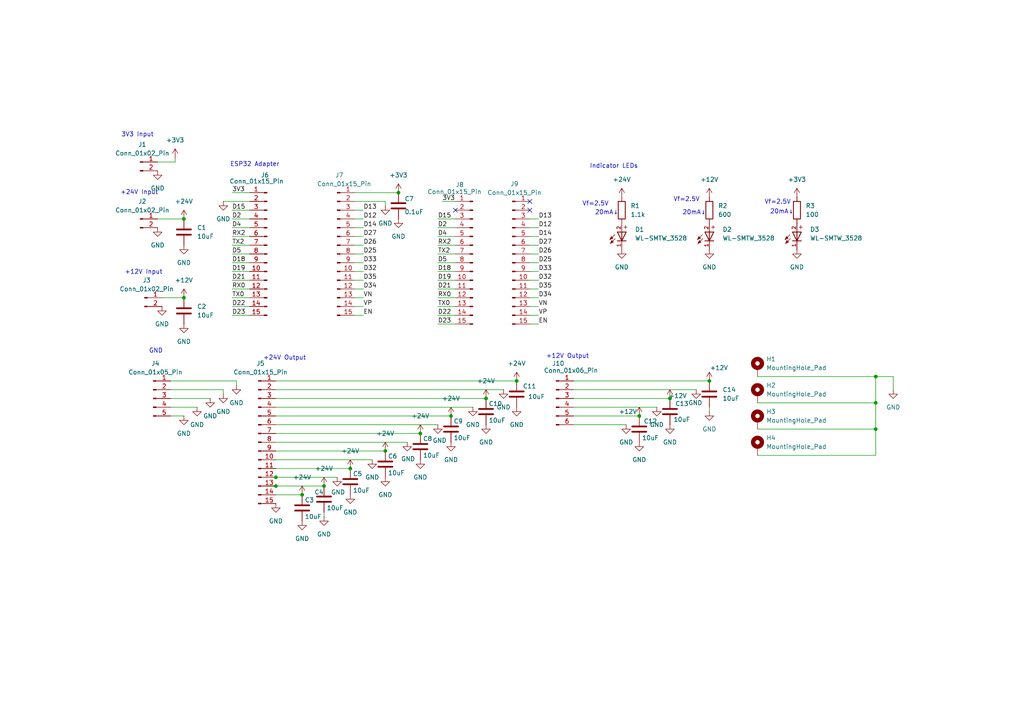
<source format=kicad_sch>
(kicad_sch (version 20231120) (generator "eeschema") (generator_version "8.0")
  (paper "A4")
  (lib_symbols
    (symbol "Connector:Conn_01x02_Pin" (pin_names (offset 1.016) hide)
      (property "Reference" "J" (at 0 2.54 0))
      (property "Value" "Conn_01x02_Pin" (at 0 -5.08 0))
      (symbol "Conn_01x02_Pin_1_1"
        (polyline (pts (xy 1.27 -2.54) (xy 0.8636 -2.54)) (stroke (width 0.1524)))
        (polyline (pts (xy 1.27 0) (xy 0.8636 0)) (stroke (width 0.1524)))
        (rectangle (start 0.8636 -2.413) (end 0 -2.667) (stroke (width 0.1524)) (fill (type outline)))
        (rectangle (start 0.8636 0.127) (end 0 -0.127) (stroke (width 0.1524)) (fill (type outline)))
        (pin passive line (at 5.08 0 180) (length 3.81) (name "Pin_1") (number "1"))
        (pin passive line (at 5.08 -2.54 180) (length 3.81) (name "Pin_2") (number "2"))
      )
    )
    (symbol "Connector:Conn_01x05_Pin" (pin_names (offset 1.016) hide)
      (property "Reference" "J" (at 0 7.62 0))
      (property "Value" "Conn_01x05_Pin" (at 0 -7.62 0))
      (symbol "Conn_01x05_Pin_1_1"
        (polyline (pts (xy 1.27 -5.08) (xy 0.8636 -5.08)) (stroke (width 0.1524)))
        (polyline (pts (xy 1.27 -2.54) (xy 0.8636 -2.54)) (stroke (width 0.1524)))
        (polyline (pts (xy 1.27 0) (xy 0.8636 0)) (stroke (width 0.1524)))
        (polyline (pts (xy 1.27 2.54) (xy 0.8636 2.54)) (stroke (width 0.1524)))
        (polyline (pts (xy 1.27 5.08) (xy 0.8636 5.08)) (stroke (width 0.1524)))
        (rectangle (start 0.8636 -4.953) (end 0 -5.207) (stroke (width 0.1524)) (fill (type outline)))
        (rectangle (start 0.8636 -2.413) (end 0 -2.667) (stroke (width 0.1524)) (fill (type outline)))
        (rectangle (start 0.8636 0.127) (end 0 -0.127) (stroke (width 0.1524)) (fill (type outline)))
        (rectangle (start 0.8636 2.667) (end 0 2.413) (stroke (width 0.1524)) (fill (type outline)))
        (rectangle (start 0.8636 5.207) (end 0 4.953) (stroke (width 0.1524)) (fill (type outline)))
        (pin passive line (at 5.08 5.08 180) (length 3.81) (name "Pin_1") (number "1"))
        (pin passive line (at 5.08 2.54 180) (length 3.81) (name "Pin_2") (number "2"))
        (pin passive line (at 5.08 0 180) (length 3.81) (name "Pin_3") (number "3"))
        (pin passive line (at 5.08 -2.54 180) (length 3.81) (name "Pin_4") (number "4"))
        (pin passive line (at 5.08 -5.08 180) (length 3.81) (name "Pin_5") (number "5"))
      )
    )
    (symbol "Connector:Conn_01x06_Pin" (pin_names (offset 1.016) hide)
      (property "Reference" "J" (at 0 7.62 0))
      (property "Value" "Conn_01x06_Pin" (at 0 -10.16 0))
      (symbol "Conn_01x06_Pin_1_1"
        (polyline (pts (xy 1.27 -7.62) (xy 0.8636 -7.62)) (stroke (width 0.1524)))
        (polyline (pts (xy 1.27 -5.08) (xy 0.8636 -5.08)) (stroke (width 0.1524)))
        (polyline (pts (xy 1.27 -2.54) (xy 0.8636 -2.54)) (stroke (width 0.1524)))
        (polyline (pts (xy 1.27 0) (xy 0.8636 0)) (stroke (width 0.1524)))
        (polyline (pts (xy 1.27 2.54) (xy 0.8636 2.54)) (stroke (width 0.1524)))
        (polyline (pts (xy 1.27 5.08) (xy 0.8636 5.08)) (stroke (width 0.1524)))
        (rectangle (start 0.8636 -7.493) (end 0 -7.747) (stroke (width 0.1524)) (fill (type outline)))
        (rectangle (start 0.8636 -4.953) (end 0 -5.207) (stroke (width 0.1524)) (fill (type outline)))
        (rectangle (start 0.8636 -2.413) (end 0 -2.667) (stroke (width 0.1524)) (fill (type outline)))
        (rectangle (start 0.8636 0.127) (end 0 -0.127) (stroke (width 0.1524)) (fill (type outline)))
        (rectangle (start 0.8636 2.667) (end 0 2.413) (stroke (width 0.1524)) (fill (type outline)))
        (rectangle (start 0.8636 5.207) (end 0 4.953) (stroke (width 0.1524)) (fill (type outline)))
        (pin passive line (at 5.08 5.08 180) (length 3.81) (name "Pin_1") (number "1"))
        (pin passive line (at 5.08 2.54 180) (length 3.81) (name "Pin_2") (number "2"))
        (pin passive line (at 5.08 0 180) (length 3.81) (name "Pin_3") (number "3"))
        (pin passive line (at 5.08 -2.54 180) (length 3.81) (name "Pin_4") (number "4"))
        (pin passive line (at 5.08 -5.08 180) (length 3.81) (name "Pin_5") (number "5"))
        (pin passive line (at 5.08 -7.62 180) (length 3.81) (name "Pin_6") (number "6"))
      )
    )
    (symbol "Connector:Conn_01x15_Pin" (pin_names (offset 1.016) hide)
      (property "Reference" "J" (at 0 20.32 0))
      (property "Value" "Conn_01x15_Pin" (at 0 -20.32 0))
      (symbol "Conn_01x15_Pin_1_1"
        (polyline (pts (xy 1.27 -17.78) (xy 0.8636 -17.78)) (stroke (width 0.1524)))
        (polyline (pts (xy 1.27 -15.24) (xy 0.8636 -15.24)) (stroke (width 0.1524)))
        (polyline (pts (xy 1.27 -12.7) (xy 0.8636 -12.7)) (stroke (width 0.1524)))
        (polyline (pts (xy 1.27 -10.16) (xy 0.8636 -10.16)) (stroke (width 0.1524)))
        (polyline (pts (xy 1.27 -7.62) (xy 0.8636 -7.62)) (stroke (width 0.1524)))
        (polyline (pts (xy 1.27 -5.08) (xy 0.8636 -5.08)) (stroke (width 0.1524)))
        (polyline (pts (xy 1.27 -2.54) (xy 0.8636 -2.54)) (stroke (width 0.1524)))
        (polyline (pts (xy 1.27 0) (xy 0.8636 0)) (stroke (width 0.1524)))
        (polyline (pts (xy 1.27 2.54) (xy 0.8636 2.54)) (stroke (width 0.1524)))
        (polyline (pts (xy 1.27 5.08) (xy 0.8636 5.08)) (stroke (width 0.1524)))
        (polyline (pts (xy 1.27 7.62) (xy 0.8636 7.62)) (stroke (width 0.1524)))
        (polyline (pts (xy 1.27 10.16) (xy 0.8636 10.16)) (stroke (width 0.1524)))
        (polyline (pts (xy 1.27 12.7) (xy 0.8636 12.7)) (stroke (width 0.1524)))
        (polyline (pts (xy 1.27 15.24) (xy 0.8636 15.24)) (stroke (width 0.1524)))
        (polyline (pts (xy 1.27 17.78) (xy 0.8636 17.78)) (stroke (width 0.1524)))
        (rectangle (start 0.8636 -17.653) (end 0 -17.907) (stroke (width 0.1524)) (fill (type outline)))
        (rectangle (start 0.8636 -15.113) (end 0 -15.367) (stroke (width 0.1524)) (fill (type outline)))
        (rectangle (start 0.8636 -12.573) (end 0 -12.827) (stroke (width 0.1524)) (fill (type outline)))
        (rectangle (start 0.8636 -10.033) (end 0 -10.287) (stroke (width 0.1524)) (fill (type outline)))
        (rectangle (start 0.8636 -7.493) (end 0 -7.747) (stroke (width 0.1524)) (fill (type outline)))
        (rectangle (start 0.8636 -4.953) (end 0 -5.207) (stroke (width 0.1524)) (fill (type outline)))
        (rectangle (start 0.8636 -2.413) (end 0 -2.667) (stroke (width 0.1524)) (fill (type outline)))
        (rectangle (start 0.8636 0.127) (end 0 -0.127) (stroke (width 0.1524)) (fill (type outline)))
        (rectangle (start 0.8636 2.667) (end 0 2.413) (stroke (width 0.1524)) (fill (type outline)))
        (rectangle (start 0.8636 5.207) (end 0 4.953) (stroke (width 0.1524)) (fill (type outline)))
        (rectangle (start 0.8636 7.747) (end 0 7.493) (stroke (width 0.1524)) (fill (type outline)))
        (rectangle (start 0.8636 10.287) (end 0 10.033) (stroke (width 0.1524)) (fill (type outline)))
        (rectangle (start 0.8636 12.827) (end 0 12.573) (stroke (width 0.1524)) (fill (type outline)))
        (rectangle (start 0.8636 15.367) (end 0 15.113) (stroke (width 0.1524)) (fill (type outline)))
        (rectangle (start 0.8636 17.907) (end 0 17.653) (stroke (width 0.1524)) (fill (type outline)))
        (pin passive line (at 5.08 17.78 180) (length 3.81) (name "Pin_1") (number "1"))
        (pin passive line (at 5.08 -5.08 180) (length 3.81) (name "Pin_10") (number "10"))
        (pin passive line (at 5.08 -7.62 180) (length 3.81) (name "Pin_11") (number "11"))
        (pin passive line (at 5.08 -10.16 180) (length 3.81) (name "Pin_12") (number "12"))
        (pin passive line (at 5.08 -12.7 180) (length 3.81) (name "Pin_13") (number "13"))
        (pin passive line (at 5.08 -15.24 180) (length 3.81) (name "Pin_14") (number "14"))
        (pin passive line (at 5.08 -17.78 180) (length 3.81) (name "Pin_15") (number "15"))
        (pin passive line (at 5.08 15.24 180) (length 3.81) (name "Pin_2") (number "2"))
        (pin passive line (at 5.08 12.7 180) (length 3.81) (name "Pin_3") (number "3"))
        (pin passive line (at 5.08 10.16 180) (length 3.81) (name "Pin_4") (number "4"))
        (pin passive line (at 5.08 7.62 180) (length 3.81) (name "Pin_5") (number "5"))
        (pin passive line (at 5.08 5.08 180) (length 3.81) (name "Pin_6") (number "6"))
        (pin passive line (at 5.08 2.54 180) (length 3.81) (name "Pin_7") (number "7"))
        (pin passive line (at 5.08 0 180) (length 3.81) (name "Pin_8") (number "8"))
        (pin passive line (at 5.08 -2.54 180) (length 3.81) (name "Pin_9") (number "9"))
      )
    )
    (symbol "Device:C" (pin_numbers hide) (pin_names (offset 0.254))
      (property "Reference" "C" (at 0.635 2.54 0))
      (property "Value" "C" (at 0.635 -2.54 0))
      (symbol "C_0_1"
        (polyline (pts (xy -2.032 -0.762) (xy 2.032 -0.762)) (stroke (width 0.508)))
        (polyline (pts (xy -2.032 0.762) (xy 2.032 0.762)) (stroke (width 0.508)))
      )
      (symbol "C_1_1"
        (pin passive line (at 0 3.81 270) (length 2.794) (name "~") (number "1"))
        (pin passive line (at 0 -3.81 90) (length 2.794) (name "~") (number "2"))
      )
    )
    (symbol "Device:R" (pin_numbers hide) (pin_names (offset 0))
      (property "Reference" "R" (at 2.032 0 90))
      (property "Value" "R" (at 0 0 90))
      (symbol "R_0_1"
        (rectangle (start -1.016 -2.54) (end 1.016 2.54) (stroke (width 0.254)))
      )
      (symbol "R_1_1"
        (pin passive line (at 0 3.81 270) (length 1.27) (name "~") (number "1"))
        (pin passive line (at 0 -3.81 90) (length 1.27) (name "~") (number "2"))
      )
    )
    (symbol "Mechanical:MountingHole_Pad" (pin_numbers hide) (pin_names (offset 1.016) hide) (exclude_from_sim yes) (in_bom no)
      (property "Reference" "H" (at 0 6.35 0))
      (property "Value" "MountingHole_Pad" (at 0 4.445 0))
      (symbol "MountingHole_Pad_0_1"
        (circle (center 0 1.27) (radius 1.27) (stroke (width 1.27)))
      )
      (symbol "MountingHole_Pad_1_1"
        (pin input line (at 0 -2.54 90) (length 2.54) (name "1") (number "1"))
      )
    )
    (symbol "WL-SMTW_3528:WL-SMTW_3528" (pin_names (offset 1.016))
      (property "Reference" "D" (at 0.752 4.172 0))
      (property "Value" "WL-SMTW_3528" (at 0.872 -3.828 0))
      (symbol "WL-SMTW_3528_0_0"
        (polyline (pts (xy 0 -1.27) (xy 0 0)) (stroke (width 0.254)))
        (polyline (pts (xy 0 0) (xy 0 1.27)) (stroke (width 0.254)))
        (polyline (pts (xy 0 0) (xy 2.54 0)) (stroke (width 0.254)))
        (polyline (pts (xy 0 0) (xy 2.54 1.27)) (stroke (width 0.254)))
        (polyline (pts (xy 0.635 1.905) (xy -0.762 3.302)) (stroke (width 0.1524)))
        (polyline (pts (xy 1.778 2.032) (xy 0.381 3.429)) (stroke (width 0.1524)))
        (polyline (pts (xy 2.54 -1.27) (xy 0 0)) (stroke (width 0.254)))
        (polyline (pts (xy 2.54 -1.27) (xy 2.54 0)) (stroke (width 0.254)))
        (polyline (pts (xy 2.54 0) (xy 2.54 1.27)) (stroke (width 0.254)))
        (polyline (pts (xy -0.762 3.302) (xy 0.127 2.921) (xy -0.381 2.413) (xy -0.762 3.302)) (stroke (width 0.1524)) (fill (type outline)))
        (polyline (pts (xy 0.381 3.429) (xy 1.27 3.048) (xy 0.762 2.54) (xy 0.381 3.429)) (stroke (width 0.1524)) (fill (type outline)))
        (text "+" (at 3.08 -1.74 0) (effects (font (size 1.27 1.27)) (justify left bottom)))
        (pin passive line (at -2.54 0 0) (length 2.54) (name "~") (number "1"))
        (pin passive line (at 5.08 0 180) (length 2.54) (name "~") (number "2"))
      )
    )
    (symbol "power:+12V" (power) (pin_numbers hide) (pin_names (offset 0) hide)
      (property "Value" "+12V" (at 0 3.556 0))
      (symbol "+12V_0_1"
        (polyline (pts (xy -0.762 1.27) (xy 0 2.54)))
        (polyline (pts (xy 0 0) (xy 0 2.54)))
        (polyline (pts (xy 0 2.54) (xy 0.762 1.27)))
      )
      (symbol "+12V_1_1"
        (pin power_in line (at 0 0 90) (length 0) (name "~") (number "1"))
      )
    )
    (symbol "power:+24V" (power) (pin_numbers hide) (pin_names (offset 0) hide)
      (property "Value" "+24V" (at 0 3.556 0))
      (symbol "+24V_0_1"
        (polyline (pts (xy -0.762 1.27) (xy 0 2.54)))
        (polyline (pts (xy 0 0) (xy 0 2.54)))
        (polyline (pts (xy 0 2.54) (xy 0.762 1.27)))
      )
      (symbol "+24V_1_1"
        (pin power_in line (at 0 0 90) (length 0) (name "~") (number "1"))
      )
    )
    (symbol "power:+3V3" (power) (pin_numbers hide) (pin_names (offset 0) hide)
      (property "Value" "+3V3" (at 0 3.556 0))
      (symbol "+3V3_0_1"
        (polyline (pts (xy -0.762 1.27) (xy 0 2.54)))
        (polyline (pts (xy 0 0) (xy 0 2.54)))
        (polyline (pts (xy 0 2.54) (xy 0.762 1.27)))
      )
      (symbol "+3V3_1_1"
        (pin power_in line (at 0 0 90) (length 0) (name "~") (number "1"))
      )
    )
    (symbol "power:GND" (power) (pin_numbers hide) (pin_names (offset 0) hide)
      (property "Value" "GND" (at 0 -3.81 0))
      (symbol "GND_0_1"
        (polyline (pts (xy 0 0) (xy 0 -1.27) (xy 1.27 -1.27) (xy 0 -2.54) (xy -1.27 -1.27) (xy 0 -1.27)))
      )
      (symbol "GND_1_1"
        (pin power_in line (at 0 0 270) (length 0) (name "~") (number "1"))
      )
    )
  )
  (junction (at 205.74 110.49))
  (junction (at 130.81 120.65))
  (junction (at 80.01 138.43))
  (junction (at 254 116.84))
  (junction (at 140.97 115.57))
  (junction (at 93.98 140.97))
  (junction (at 194.31 115.57))
  (junction (at 115.57 55.88))
  (junction (at 254 124.46))
  (junction (at 254 109.22))
  (junction (at 149.86 110.49))
  (junction (at 111.76 130.81))
  (junction (at 53.34 63.5))
  (junction (at 80.01 140.97))
  (junction (at 87.63 143.51))
  (junction (at 53.34 86.36))
  (junction (at 101.6 135.89))
  (junction (at 121.92 125.73))
  (junction (at 185.42 120.65))
  (no_connect (at 153.67 60.96))
  (no_connect (at 153.67 58.42))
  (no_connect (at 132.08 60.96))
  (wire (pts (xy 153.67 66.04) (xy 156.21 66.04)))
  (wire (pts (xy 127 66.04) (xy 132.08 66.04)))
  (wire (pts (xy 254 124.46) (xy 254 116.84)))
  (wire (pts (xy 102.87 78.74) (xy 105.41 78.74)))
  (wire (pts (xy 77.47 140.97) (xy 80.01 140.97)))
  (wire (pts (xy 259.08 113.03) (xy 259.08 109.22)))
  (wire (pts (xy 254 116.84) (xy 254 109.22)))
  (wire (pts (xy 153.67 78.74) (xy 156.21 78.74)))
  (wire (pts (xy 80.01 113.03) (xy 146.05 113.03)))
  (wire (pts (xy 127 91.44) (xy 132.08 91.44)))
  (wire (pts (xy 127 88.9) (xy 132.08 88.9)))
  (wire (pts (xy 80.01 110.49) (xy 149.86 110.49)))
  (wire (pts (xy 80.01 130.81) (xy 111.76 130.81)))
  (wire (pts (xy 153.67 81.28) (xy 156.21 81.28)))
  (wire (pts (xy 153.67 88.9) (xy 156.21 88.9)))
  (wire (pts (xy 46.99 86.36) (xy 53.34 86.36)))
  (wire (pts (xy 127 81.28) (xy 132.08 81.28)))
  (wire (pts (xy 67.31 81.28) (xy 72.39 81.28)))
  (wire (pts (xy 153.67 76.2) (xy 156.21 76.2)))
  (wire (pts (xy 67.31 86.36) (xy 72.39 86.36)))
  (wire (pts (xy 67.31 91.44) (xy 72.39 91.44)))
  (wire (pts (xy 102.87 88.9) (xy 105.41 88.9)))
  (wire (pts (xy 101.6 135.89) (xy 80.01 135.89)))
  (wire (pts (xy 64.77 114.3) (xy 64.77 113.03)))
  (wire (pts (xy 153.67 63.5) (xy 156.21 63.5)))
  (wire (pts (xy 49.53 118.11) (xy 57.15 118.11)))
  (wire (pts (xy 102.87 73.66) (xy 105.41 73.66)))
  (wire (pts (xy 67.31 63.5) (xy 72.39 63.5)))
  (wire (pts (xy 49.53 115.57) (xy 60.96 115.57)))
  (wire (pts (xy 102.87 83.82) (xy 105.41 83.82)))
  (wire (pts (xy 102.87 66.04) (xy 105.41 66.04)))
  (wire (pts (xy 67.31 71.12) (xy 72.39 71.12)))
  (wire (pts (xy 80.01 125.73) (xy 121.92 125.73)))
  (wire (pts (xy 68.58 110.49) (xy 49.53 110.49)))
  (wire (pts (xy 67.31 78.74) (xy 72.39 78.74)))
  (wire (pts (xy 153.67 86.36) (xy 156.21 86.36)))
  (wire (pts (xy 102.87 71.12) (xy 105.41 71.12)))
  (wire (pts (xy 153.67 91.44) (xy 156.21 91.44)))
  (wire (pts (xy 67.31 83.82) (xy 72.39 83.82)))
  (wire (pts (xy 50.8 46.99) (xy 45.72 46.99)))
  (wire (pts (xy 128.27 58.42) (xy 132.08 58.42)))
  (wire (pts (xy 127 71.12) (xy 132.08 71.12)))
  (wire (pts (xy 68.58 110.49) (xy 68.58 111.76)))
  (wire (pts (xy 127 73.66) (xy 132.08 73.66)))
  (wire (pts (xy 127 76.2) (xy 132.08 76.2)))
  (wire (pts (xy 67.31 73.66) (xy 72.39 73.66)))
  (wire (pts (xy 127 78.74) (xy 132.08 78.74)))
  (wire (pts (xy 67.31 68.58) (xy 72.39 68.58)))
  (wire (pts (xy 102.87 63.5) (xy 105.41 63.5)))
  (wire (pts (xy 49.53 120.65) (xy 53.34 120.65)))
  (wire (pts (xy 80.01 118.11) (xy 137.16 118.11)))
  (wire (pts (xy 80.01 115.57) (xy 140.97 115.57)))
  (wire (pts (xy 77.47 138.43) (xy 80.01 138.43)))
  (wire (pts (xy 153.67 73.66) (xy 156.21 73.66)))
  (wire (pts (xy 87.63 143.51) (xy 80.01 143.51)))
  (wire (pts (xy 153.67 83.82) (xy 156.21 83.82)))
  (wire (pts (xy 127 86.36) (xy 132.08 86.36)))
  (wire (pts (xy 93.98 149.86) (xy 93.98 148.59)))
  (wire (pts (xy 181.61 123.19) (xy 166.37 123.19)))
  (wire (pts (xy 127 68.58) (xy 132.08 68.58)))
  (wire (pts (xy 111.76 58.42) (xy 102.87 58.42)))
  (wire (pts (xy 259.08 109.22) (xy 254 109.22)))
  (wire (pts (xy 102.87 68.58) (xy 105.41 68.58)))
  (wire (pts (xy 80.01 138.43) (xy 97.79 138.43)))
  (wire (pts (xy 219.71 132.08) (xy 254 132.08)))
  (wire (pts (xy 102.87 76.2) (xy 105.41 76.2)))
  (wire (pts (xy 153.67 71.12) (xy 156.21 71.12)))
  (wire (pts (xy 219.71 116.84) (xy 254 116.84)))
  (wire (pts (xy 127 63.5) (xy 132.08 63.5)))
  (wire (pts (xy 102.87 86.36) (xy 105.41 86.36)))
  (wire (pts (xy 111.76 59.69) (xy 111.76 58.42)))
  (wire (pts (xy 67.31 76.2) (xy 72.39 76.2)))
  (wire (pts (xy 64.77 58.42) (xy 72.39 58.42)))
  (wire (pts (xy 166.37 120.65) (xy 185.42 120.65)))
  (wire (pts (xy 127 93.98) (xy 132.08 93.98)))
  (wire (pts (xy 67.31 60.96) (xy 72.39 60.96)))
  (wire (pts (xy 80.01 123.19) (xy 127 123.19)))
  (wire (pts (xy 50.8 46.99) (xy 50.8 45.72)))
  (wire (pts (xy 67.31 66.04) (xy 72.39 66.04)))
  (wire (pts (xy 254 109.22) (xy 219.71 109.22)))
  (wire (pts (xy 166.37 118.11) (xy 190.5 118.11)))
  (wire (pts (xy 67.31 88.9) (xy 72.39 88.9)))
  (wire (pts (xy 80.01 128.27) (xy 118.11 128.27)))
  (wire (pts (xy 153.67 68.58) (xy 156.21 68.58)))
  (wire (pts (xy 166.37 115.57) (xy 194.31 115.57)))
  (wire (pts (xy 102.87 91.44) (xy 105.41 91.44)))
  (wire (pts (xy 127 83.82) (xy 132.08 83.82)))
  (wire (pts (xy 80.01 120.65) (xy 130.81 120.65)))
  (wire (pts (xy 102.87 55.88) (xy 115.57 55.88)))
  (wire (pts (xy 153.67 93.98) (xy 156.21 93.98)))
  (wire (pts (xy 45.72 63.5) (xy 53.34 63.5)))
  (wire (pts (xy 107.95 133.35) (xy 80.01 133.35)))
  (wire (pts (xy 64.77 113.03) (xy 49.53 113.03)))
  (wire (pts (xy 102.87 81.28) (xy 105.41 81.28)))
  (wire (pts (xy 80.01 140.97) (xy 93.98 140.97)))
  (wire (pts (xy 166.37 110.49) (xy 205.74 110.49)))
  (wire (pts (xy 205.74 119.38) (xy 205.74 118.11)))
  (wire (pts (xy 254 132.08) (xy 254 124.46)))
  (wire (pts (xy 219.71 124.46) (xy 254 124.46)))
  (wire (pts (xy 67.31 55.88) (xy 72.39 55.88)))
  (wire (pts (xy 102.87 60.96) (xy 105.41 60.96)))
  (wire (pts (xy 166.37 113.03) (xy 201.93 113.03)))
  (text "+24V Output" (at 82.55 103.886 0) (effects (font (size 1.27 1.27))))
  (text "3V3 Input" (at 39.878 39.116 0) (effects (font (size 1.27 1.27))))
  (text "Vf=2.5V" (at 199.136 57.912 0) (effects (font (size 1.27 1.27))))
  (text "+24V Input" (at 40.386 55.88 0) (effects (font (size 1.27 1.27))))
  (text "+12V Input" (at 41.656 78.994 0) (effects (font (size 1.27 1.27))))
  (text "+12V Output" (at 164.592 103.378 0) (effects (font (size 1.27 1.27))))
  (text "20mA↓" (at 226.822 61.468 0) (effects (font (size 1.27 1.27))))
  (text "20mA↓" (at 201.422 61.722 0) (effects (font (size 1.27 1.27))))
  (text "Vf=2.5V" (at 172.72 59.182 0) (effects (font (size 1.27 1.27))))
  (text "Vf=2.5V" (at 225.552 58.674 0) (effects (font (size 1.27 1.27))))
  (text "Indicator LEDs" (at 178.054 48.26 0) (effects (font (size 1.27 1.27))))
  (text "ESP32 Adapter" (at 73.914 47.752 0) (effects (font (size 1.27 1.27))))
  (text "20mA↓" (at 176.022 61.722 0) (effects (font (size 1.27 1.27))))
  (text "GND" (at 45.212 101.854 0) (effects (font (size 1.27 1.27))))
  (label "D15" (at 127 63.5 0))
  (label "D22" (at 67.31 88.9 0))
  (label "D34" (at 105.41 83.82 0))
  (label "VP" (at 156.21 91.44 0))
  (label "RX0" (at 127 86.36 0))
  (label "D27" (at 105.41 68.58 0))
  (label "D27" (at 156.21 71.12 0))
  (label "RX2" (at 67.31 68.58 0))
  (label "D13" (at 105.41 60.96 0))
  (label "D5" (at 67.31 73.66 0))
  (label "VN" (at 156.21 88.9 0))
  (label "VP" (at 105.41 88.9 0))
  (label "RX0" (at 67.31 83.82 0))
  (label "D35" (at 156.21 83.82 0))
  (label "D19" (at 67.31 78.74 0))
  (label "D32" (at 105.41 78.74 0))
  (label "D4" (at 127 68.58 0))
  (label "D12" (at 105.41 63.5 0))
  (label "VN" (at 105.41 86.36 0))
  (label "D14" (at 105.41 66.04 0))
  (label "RX2" (at 127 71.12 0))
  (label "D18" (at 127 78.74 0))
  (label "D2" (at 127 66.04 0))
  (label "D14" (at 156.21 68.58 0))
  (label "3V3" (at 67.31 55.88 0))
  (label "D25" (at 156.21 76.2 0))
  (label "D2" (at 67.31 63.5 0))
  (label "TX0" (at 67.31 86.36 0))
  (label "D33" (at 156.21 78.74 0))
  (label "D21" (at 127 83.82 0))
  (label "3V3" (at 128.27 58.42 0))
  (label "TX0" (at 127 88.9 0))
  (label "D23" (at 127 93.98 0))
  (label "TX2" (at 127 73.66 0))
  (label "D32" (at 156.21 81.28 0))
  (label "TX2" (at 67.31 71.12 0))
  (label "D34" (at 156.21 86.36 0))
  (label "D21" (at 67.31 81.28 0))
  (label "D23" (at 67.31 91.44 0))
  (label "D4" (at 67.31 66.04 0))
  (label "D35" (at 105.41 81.28 0))
  (label "D33" (at 105.41 76.2 0))
  (label "D26" (at 105.41 71.12 0))
  (label "EN" (at 156.21 93.98 0))
  (label "D13" (at 156.21 63.5 0))
  (label "D15" (at 67.31 60.96 0))
  (label "D26" (at 156.21 73.66 0))
  (label "D25" (at 105.41 73.66 0))
  (label "D18" (at 67.31 76.2 0))
  (label "EN" (at 105.41 91.44 0))
  (label "D22" (at 127 91.44 0))
  (label "D12" (at 156.21 66.04 0))
  (label "D5" (at 127 76.2 0))
  (label "D19" (at 127 81.28 0))
  (symbol (lib_id "power:GND") (at 46.99 88.9 0) (unit 1)
    (property "Reference" "#PWR03" (effects (hide yes)))
    (property "Value" "GND" (at 46.99 93.98 0))
    (property "Description" "Power symbol creates a global label with name \"GND\" , ground" (effects (hide yes)))
  )
  (symbol (lib_id "Mechanical:MountingHole_Pad") (at 219.71 129.54 0) (unit 1) (exclude_from_sim yes) (in_bom no)
    (property "Reference" "H4" (at 222.25 126.9999 0) (effects (justify left)))
    (property "Value" "MountingHole_Pad" (at 222.25 129.5399 0) (effects (justify left)))
    (property "Footprint" "MountingHole:MountingHole_2.2mm_M2_DIN965_Pad" (effects (hide yes)))
    (property "Description" "Mounting Hole with connection" (effects (hide yes)))
  )
  (symbol (lib_id "Device:C") (at 53.34 67.31 0) (unit 1)
    (property "Reference" "C1" (at 57.15 66.0399 0) (effects (justify left)))
    (property "Value" "10uF" (at 57.15 68.5799 0) (effects (justify left)))
    (property "Footprint" "Capacitor_SMD:C_1206_3216Metric" (effects (hide yes)))
    (property "Description" "Unpolarized capacitor" (effects (hide yes)))
  )
  (symbol (lib_id "power:GND") (at 205.74 119.38 0) (unit 1)
    (property "Reference" "#PWR053" (effects (hide yes)))
    (property "Value" "GND" (at 205.74 124.46 0))
    (property "Description" "Power symbol creates a global label with name \"GND\" , ground" (effects (hide yes)))
  )
  (symbol (lib_id "Device:C") (at 121.92 129.54 0) (unit 1)
    (property "Reference" "C8" (at 122.682 127.254 0) (effects (justify left)))
    (property "Value" "10uF" (at 122.682 132.08 0) (effects (justify left)))
    (property "Footprint" "Capacitor_SMD:C_1206_3216Metric" (effects (hide yes)))
    (property "Description" "Unpolarized capacitor" (effects (hide yes)))
  )
  (symbol (lib_id "WL-SMTW_3528:WL-SMTW_3528") (at 205.74 69.85 90) (unit 1)
    (property "Reference" "D2" (at 209.55 66.5616 90) (effects (justify right)))
    (property "Value" "WL-SMTW_3528" (at 209.55 69.1016 90) (effects (justify right)))
    (property "Footprint" "WL-SMTW_3528:WL-SMTW_3528" (effects (hide yes)))
    (property "MF" "Wurth Electronics" (effects (hide yes)))
    (property "Description_1" "3528, Bright Green Typ.(@20mA): 570nm, 90mcd, 2.0V, 120° AllInGaP" (effects (hide yes)))
    (property "Package" "PLCC-2 Würth Elektronik" (effects (hide yes)))
    (property "Price" "None" (effects (hide yes)))
    (property "SnapEDA_Link" "https://www.snapeda.com/parts/150141VS73100/Wurth+Electronics/view-part/?ref=snap" (effects (hide yes)))
    (property "MP" "150141VS73100" (effects (hide yes)))
    (property "Availability" "In Stock" (effects (hide yes)))
    (property "Check_prices" "https://www.snapeda.com/parts/150141VS73100/Wurth+Electronics/view-part/?ref=eda" (effects (hide yes)))
  )
  (symbol (lib_id "power:GND") (at 127 123.19 0) (unit 1)
    (property "Reference" "#PWR032" (effects (hide yes)))
    (property "Value" "GND" (at 127.508 127.762 0))
    (property "Description" "Power symbol creates a global label with name \"GND\" , ground" (effects (hide yes)))
  )
  (symbol (lib_id "power:+24V") (at 140.97 115.57 0) (unit 1)
    (property "Reference" "#PWR036" (effects (hide yes)))
    (property "Value" "+24V" (at 140.97 110.49 0))
    (property "Description" "Power symbol creates a global label with name \"+24V\"" (effects (hide yes)))
  )
  (symbol (lib_id "power:GND") (at 201.93 113.03 0) (unit 1)
    (property "Reference" "#PWR049" (effects (hide yes)))
    (property "Value" "GND" (at 201.676 116.84 0))
    (property "Description" "Power symbol creates a global label with name \"GND\" , ground" (effects (hide yes)))
  )
  (symbol (lib_id "power:GND") (at 93.98 149.86 0) (unit 1)
    (property "Reference" "#PWR019" (effects (hide yes)))
    (property "Value" "GND" (at 93.98 154.94 0))
    (property "Description" "Power symbol creates a global label with name \"GND\" , ground" (effects (hide yes)))
  )
  (symbol (lib_id "power:+24V") (at 121.92 125.73 0) (unit 1)
    (property "Reference" "#PWR030" (effects (hide yes)))
    (property "Value" "+24V" (at 121.92 120.65 0))
    (property "Description" "Power symbol creates a global label with name \"+24V\"" (effects (hide yes)))
  )
  (symbol (lib_id "power:GND") (at 146.05 113.03 0) (unit 1)
    (property "Reference" "#PWR038" (effects (hide yes)))
    (property "Value" "GND" (at 146.05 118.11 0))
    (property "Description" "Power symbol creates a global label with name \"GND\" , ground" (effects (hide yes)))
  )
  (symbol (lib_id "power:+24V") (at 87.63 143.51 0) (unit 1)
    (property "Reference" "#PWR016" (effects (hide yes)))
    (property "Value" "+24V" (at 87.63 138.43 0))
    (property "Description" "Power symbol creates a global label with name \"+24V\"" (effects (hide yes)))
  )
  (symbol (lib_id "power:+24V") (at 53.34 63.5 0) (unit 1)
    (property "Reference" "#PWR05" (effects (hide yes)))
    (property "Value" "+24V" (at 53.34 58.42 0))
    (property "Description" "Power symbol creates a global label with name \"+24V\"" (effects (hide yes)))
  )
  (symbol (lib_id "Connector:Conn_01x02_Pin") (at 40.64 63.5 0) (unit 1)
    (property "Reference" "J2" (at 41.275 58.42 0))
    (property "Value" "Conn_01x02_Pin" (at 41.275 60.96 0))
    (property "Footprint" "Connector_PinHeader_2.54mm:PinHeader_1x02_P2.54mm_Vertical" (effects (hide yes)))
    (property "Description" "Generic connector, single row, 01x02, script generated" (effects (hide yes)))
  )
  (symbol (lib_id "power:GND") (at 194.31 123.19 0) (unit 1)
    (property "Reference" "#PWR048" (effects (hide yes)))
    (property "Value" "GND" (at 194.31 128.27 0))
    (property "Description" "Power symbol creates a global label with name \"GND\" , ground" (effects (hide yes)))
  )
  (symbol (lib_id "power:GND") (at 53.34 120.65 0) (unit 1)
    (property "Reference" "#PWR09" (effects (hide yes)))
    (property "Value" "GND" (at 53.34 125.73 0))
    (property "Description" "Power symbol creates a global label with name \"GND\" , ground" (effects (hide yes)))
  )
  (symbol (lib_id "power:GND") (at 87.63 151.13 0) (unit 1)
    (property "Reference" "#PWR017" (effects (hide yes)))
    (property "Value" "GND" (at 87.63 156.21 0))
    (property "Description" "Power symbol creates a global label with name \"GND\" , ground" (effects (hide yes)))
  )
  (symbol (lib_id "power:+12V") (at 185.42 120.65 0) (unit 1)
    (property "Reference" "#PWR044" (effects (hide yes)))
    (property "Value" "+12V" (at 182.118 119.38 0))
    (property "Description" "Power symbol creates a global label with name \"+12V\"" (effects (hide yes)))
  )
  (symbol (lib_id "power:+3V3") (at 115.57 55.88 0) (unit 1)
    (property "Reference" "#PWR027" (effects (hide yes)))
    (property "Value" "+3V3" (at 115.57 50.8 0))
    (property "Description" "Power symbol creates a global label with name \"+3V3\"" (effects (hide yes)))
  )
  (symbol (lib_id "Mechanical:MountingHole_Pad") (at 219.71 106.68 0) (unit 1) (exclude_from_sim yes) (in_bom no)
    (property "Reference" "H1" (at 222.25 104.1399 0) (effects (justify left)))
    (property "Value" "MountingHole_Pad" (at 222.25 106.6799 0) (effects (justify left)))
    (property "Footprint" "MountingHole:MountingHole_2.2mm_M2_DIN965_Pad" (effects (hide yes)))
    (property "Description" "Mounting Hole with connection" (effects (hide yes)))
  )
  (symbol (lib_id "Device:C") (at 140.97 119.38 0) (unit 1)
    (property "Reference" "C10" (at 141.732 117.094 0) (effects (justify left)))
    (property "Value" "10uF" (at 141.732 121.92 0) (effects (justify left)))
    (property "Footprint" "Capacitor_SMD:C_1206_3216Metric" (effects (hide yes)))
    (property "Description" "Unpolarized capacitor" (effects (hide yes)))
  )
  (symbol (lib_id "Device:C") (at 115.57 59.69 0) (unit 1)
    (property "Reference" "C7" (at 117.348 57.658 0) (effects (justify left)))
    (property "Value" "0.1uF" (at 117.348 61.468 0) (effects (justify left)))
    (property "Footprint" "Capacitor_SMD:C_1206_3216Metric" (effects (hide yes)))
    (property "Description" "Unpolarized capacitor" (effects (hide yes)))
  )
  (symbol (lib_id "power:GND") (at 107.95 133.35 0) (unit 1)
    (property "Reference" "#PWR023" (effects (hide yes)))
    (property "Value" "GND" (at 107.95 138.43 0))
    (property "Description" "Power symbol creates a global label with name \"GND\" , ground" (effects (hide yes)))
  )
  (symbol (lib_id "Mechanical:MountingHole_Pad") (at 219.71 121.92 0) (unit 1) (exclude_from_sim yes) (in_bom no)
    (property "Reference" "H3" (at 222.25 119.3799 0) (effects (justify left)))
    (property "Value" "MountingHole_Pad" (at 222.25 121.9199 0) (effects (justify left)))
    (property "Footprint" "MountingHole:MountingHole_2.2mm_M2_DIN965_Pad" (effects (hide yes)))
    (property "Description" "Mounting Hole with connection" (effects (hide yes)))
  )
  (symbol (lib_id "power:GND") (at 185.42 128.27 0) (unit 1)
    (property "Reference" "#PWR045" (effects (hide yes)))
    (property "Value" "GND" (at 185.42 133.35 0))
    (property "Description" "Power symbol creates a global label with name \"GND\" , ground" (effects (hide yes)))
  )
  (symbol (lib_id "Connector:Conn_01x15_Pin") (at 137.16 76.2 0) (mirror y) (unit 1)
    (property "Reference" "J8" (at 133.35 53.594 0))
    (property "Value" "Conn_01x15_Pin" (at 131.826 55.626 0))
    (property "Footprint" "Connector_PinHeader_2.54mm:PinHeader_1x15_P2.54mm_Vertical" (effects (hide yes)))
    (property "Description" "Generic connector, single row, 01x15, script generated" (effects (hide yes)))
  )
  (symbol (lib_id "power:+24V") (at 111.76 130.81 0) (unit 1)
    (property "Reference" "#PWR025" (effects (hide yes)))
    (property "Value" "+24V" (at 111.76 125.73 0))
    (property "Description" "Power symbol creates a global label with name \"+24V\"" (effects (hide yes)))
  )
  (symbol (lib_id "WL-SMTW_3528:WL-SMTW_3528") (at 180.34 69.85 90) (unit 1)
    (property "Reference" "D1" (at 184.15 66.5616 90) (effects (justify right)))
    (property "Value" "WL-SMTW_3528" (at 184.15 69.1016 90) (effects (justify right)))
    (property "Footprint" "WL-SMTW_3528:WL-SMTW_3528" (effects (hide yes)))
    (property "MF" "Wurth Electronics" (effects (hide yes)))
    (property "Description_1" "3528, Bright Green Typ.(@20mA): 570nm, 90mcd, 2.0V, 120° AllInGaP" (effects (hide yes)))
    (property "Package" "PLCC-2 Würth Elektronik" (effects (hide yes)))
    (property "Price" "None" (effects (hide yes)))
    (property "SnapEDA_Link" "https://www.snapeda.com/parts/150141VS73100/Wurth+Electronics/view-part/?ref=snap" (effects (hide yes)))
    (property "MP" "150141VS73100" (effects (hide yes)))
    (property "Availability" "In Stock" (effects (hide yes)))
    (property "Check_prices" "https://www.snapeda.com/parts/150141VS73100/Wurth+Electronics/view-part/?ref=eda" (effects (hide yes)))
  )
  (symbol (lib_id "power:GND") (at 121.92 133.35 0) (unit 1)
    (property "Reference" "#PWR031" (effects (hide yes)))
    (property "Value" "GND" (at 121.92 138.43 0))
    (property "Description" "Power symbol creates a global label with name \"GND\" , ground" (effects (hide yes)))
  )
  (symbol (lib_id "Connector:Conn_01x05_Pin") (at 44.45 115.57 0) (unit 1)
    (property "Reference" "J4" (at 45.085 105.41 0))
    (property "Value" "Conn_01x05_Pin" (at 45.085 107.95 0))
    (property "Footprint" "Connector_Molex:Molex_KK-254_AE-6410-05A_1x05_P2.54mm_Vertical" (effects (hide yes)))
    (property "Description" "Generic connector, single row, 01x05, script generated" (effects (hide yes)))
  )
  (symbol (lib_id "power:GND") (at 45.72 66.04 0) (unit 1)
    (property "Reference" "#PWR02" (effects (hide yes)))
    (property "Value" "GND" (at 45.72 71.12 0))
    (property "Description" "Power symbol creates a global label with name \"GND\" , ground" (effects (hide yes)))
  )
  (symbol (lib_id "power:GND") (at 205.74 72.39 0) (unit 1)
    (property "Reference" "#PWR051" (effects (hide yes)))
    (property "Value" "GND" (at 205.74 77.47 0))
    (property "Description" "Power symbol creates a global label with name \"GND\" , ground" (effects (hide yes)))
  )
  (symbol (lib_id "power:GND") (at 101.6 143.51 0) (unit 1)
    (property "Reference" "#PWR022" (effects (hide yes)))
    (property "Value" "GND" (at 101.6 148.59 0))
    (property "Description" "Power symbol creates a global label with name \"GND\" , ground" (effects (hide yes)))
  )
  (symbol (lib_id "Device:C") (at 101.6 139.7 0) (unit 1)
    (property "Reference" "C5" (at 102.362 137.414 0) (effects (justify left)))
    (property "Value" "10uF" (at 102.362 142.24 0) (effects (justify left)))
    (property "Footprint" "Capacitor_SMD:C_1206_3216Metric" (effects (hide yes)))
    (property "Description" "Unpolarized capacitor" (effects (hide yes)))
  )
  (symbol (lib_id "Connector:Conn_01x02_Pin") (at 41.91 86.36 0) (unit 1)
    (property "Reference" "J3" (at 42.545 81.28 0))
    (property "Value" "Conn_01x02_Pin" (at 42.545 83.82 0))
    (property "Footprint" "Connector_PinHeader_2.54mm:PinHeader_1x02_P2.54mm_Vertical" (effects (hide yes)))
    (property "Description" "Generic connector, single row, 01x02, script generated" (effects (hide yes)))
  )
  (symbol (lib_id "Device:R") (at 180.34 60.96 0) (unit 1)
    (property "Reference" "R1" (at 182.88 59.6899 0) (effects (justify left)))
    (property "Value" "1.1k" (at 182.88 62.2299 0) (effects (justify left)))
    (property "Footprint" "Resistor_SMD:R_0402_1005Metric" (effects (hide yes)))
    (property "Description" "Resistor" (effects (hide yes)))
  )
  (symbol (lib_id "Device:C") (at 87.63 147.32 0) (unit 1)
    (property "Reference" "C3" (at 88.392 145.034 0) (effects (justify left)))
    (property "Value" "10uF" (at 88.392 149.86 0) (effects (justify left)))
    (property "Footprint" "Capacitor_SMD:C_1206_3216Metric" (effects (hide yes)))
    (property "Description" "Unpolarized capacitor" (effects (hide yes)))
  )
  (symbol (lib_id "power:GND") (at 97.79 138.43 0) (unit 1)
    (property "Reference" "#PWR020" (effects (hide yes)))
    (property "Value" "GND" (at 98.044 142.748 0))
    (property "Description" "Power symbol creates a global label with name \"GND\" , ground" (effects (hide yes)))
  )
  (symbol (lib_id "Connector:Conn_01x15_Pin") (at 74.93 128.27 0) (unit 1)
    (property "Reference" "J5" (at 75.565 105.41 0))
    (property "Value" "Conn_01x15_Pin" (at 75.565 107.95 0))
    (property "Footprint" "Connector_PinSocket_2.54mm:PinSocket_1x15_P2.54mm_Vertical" (effects (hide yes)))
    (property "Description" "Generic connector, single row, 01x15, script generated" (effects (hide yes)))
  )
  (symbol (lib_id "Device:R") (at 205.74 60.96 0) (unit 1)
    (property "Reference" "R2" (at 208.28 59.6899 0) (effects (justify left)))
    (property "Value" "600" (at 208.28 62.2299 0) (effects (justify left)))
    (property "Footprint" "Resistor_SMD:R_0402_1005Metric" (effects (hide yes)))
    (property "Description" "Resistor" (effects (hide yes)))
  )
  (symbol (lib_id "power:GND") (at 64.77 114.3 0) (unit 1)
    (property "Reference" "#PWR013" (effects (hide yes)))
    (property "Value" "GND" (at 64.77 119.38 0))
    (property "Description" "Power symbol creates a global label with name \"GND\" , ground" (effects (hide yes)))
  )
  (symbol (lib_id "power:+12V") (at 53.34 86.36 0) (unit 1)
    (property "Reference" "#PWR07" (effects (hide yes)))
    (property "Value" "+12V" (at 53.34 81.28 0))
    (property "Description" "Power symbol creates a global label with name \"+12V\"" (effects (hide yes)))
  )
  (symbol (lib_id "power:GND") (at 64.77 58.42 0) (unit 1)
    (property "Reference" "#PWR012" (effects (hide yes)))
    (property "Value" "GND" (at 64.77 63.5 0))
    (property "Description" "Power symbol creates a global label with name \"GND\" , ground" (effects (hide yes)))
  )
  (symbol (lib_id "power:+24V") (at 130.81 120.65 0) (unit 1)
    (property "Reference" "#PWR033" (effects (hide yes)))
    (property "Value" "+24V" (at 130.81 115.57 0))
    (property "Description" "Power symbol creates a global label with name \"+24V\"" (effects (hide yes)))
  )
  (symbol (lib_id "power:+12V") (at 194.31 115.57 0) (unit 1)
    (property "Reference" "#PWR047" (effects (hide yes)))
    (property "Value" "+12V" (at 196.596 114.808 0))
    (property "Description" "Power symbol creates a global label with name \"+12V\"" (effects (hide yes)))
  )
  (symbol (lib_id "Device:C") (at 205.74 114.3 0) (unit 1)
    (property "Reference" "C14" (at 209.55 113.0299 0) (effects (justify left)))
    (property "Value" "10uF" (at 209.55 115.5699 0) (effects (justify left)))
    (property "Footprint" "Capacitor_SMD:C_1206_3216Metric" (effects (hide yes)))
    (property "Description" "Unpolarized capacitor" (effects (hide yes)))
  )
  (symbol (lib_id "Device:C") (at 194.31 119.38 0) (unit 1)
    (property "Reference" "C13" (at 195.834 117.094 0) (effects (justify left)))
    (property "Value" "10uF" (at 195.326 121.666 0) (effects (justify left)))
    (property "Footprint" "Capacitor_SMD:C_1206_3216Metric" (effects (hide yes)))
    (property "Description" "Unpolarized capacitor" (effects (hide yes)))
  )
  (symbol (lib_id "power:+24V") (at 180.34 57.15 0) (unit 1)
    (property "Reference" "#PWR041" (effects (hide yes)))
    (property "Value" "+24V" (at 180.34 52.07 0))
    (property "Description" "Power symbol creates a global label with name \"+24V\"" (effects (hide yes)))
  )
  (symbol (lib_id "Device:C") (at 149.86 114.3 0) (unit 1)
    (property "Reference" "C11" (at 151.638 112.014 0) (effects (justify left)))
    (property "Value" "10uF" (at 153.162 115.062 0) (effects (justify left)))
    (property "Footprint" "Capacitor_SMD:C_1206_3216Metric" (effects (hide yes)))
    (property "Description" "Unpolarized capacitor" (effects (hide yes)))
  )
  (symbol (lib_id "Device:C") (at 93.98 144.78 0) (unit 1)
    (property "Reference" "C4" (at 91.186 142.748 0) (effects (justify left)))
    (property "Value" "10uF" (at 94.742 147.32 0) (effects (justify left)))
    (property "Footprint" "Capacitor_SMD:C_1206_3216Metric" (effects (hide yes)))
    (property "Description" "Unpolarized capacitor" (effects (hide yes)))
  )
  (symbol (lib_id "Device:C") (at 111.76 134.62 0) (unit 1)
    (property "Reference" "C6" (at 112.522 132.334 0) (effects (justify left)))
    (property "Value" "10uF" (at 112.522 137.16 0) (effects (justify left)))
    (property "Footprint" "Capacitor_SMD:C_1206_3216Metric" (effects (hide yes)))
    (property "Description" "Unpolarized capacitor" (effects (hide yes)))
  )
  (symbol (lib_id "WL-SMTW_3528:WL-SMTW_3528") (at 231.14 69.85 90) (unit 1)
    (property "Reference" "D3" (at 234.95 66.5616 90) (effects (justify right)))
    (property "Value" "WL-SMTW_3528" (at 234.95 69.1016 90) (effects (justify right)))
    (property "Footprint" "WL-SMTW_3528:WL-SMTW_3528" (effects (hide yes)))
    (property "MF" "Wurth Electronics" (effects (hide yes)))
    (property "Description_1" "3528, Bright Green Typ.(@20mA): 570nm, 90mcd, 2.0V, 120° AllInGaP" (effects (hide yes)))
    (property "Package" "PLCC-2 Würth Elektronik" (effects (hide yes)))
    (property "Price" "None" (effects (hide yes)))
    (property "SnapEDA_Link" "https://www.snapeda.com/parts/150141VS73100/Wurth+Electronics/view-part/?ref=snap" (effects (hide yes)))
    (property "MP" "150141VS73100" (effects (hide yes)))
    (property "Availability" "In Stock" (effects (hide yes)))
    (property "Check_prices" "https://www.snapeda.com/parts/150141VS73100/Wurth+Electronics/view-part/?ref=eda" (effects (hide yes)))
  )
  (symbol (lib_id "power:GND") (at 68.58 111.76 0) (unit 1)
    (property "Reference" "#PWR014" (effects (hide yes)))
    (property "Value" "GND" (at 68.58 116.84 0))
    (property "Description" "Power symbol creates a global label with name \"GND\" , ground" (effects (hide yes)))
  )
  (symbol (lib_id "power:GND") (at 111.76 59.69 0) (unit 1)
    (property "Reference" "#PWR024" (effects (hide yes)))
    (property "Value" "GND" (at 111.76 64.77 0))
    (property "Description" "Power symbol creates a global label with name \"GND\" , ground" (effects (hide yes)))
  )
  (symbol (lib_id "power:GND") (at 259.08 113.03 0) (unit 1)
    (property "Reference" "#PWR056" (effects (hide yes)))
    (property "Value" "GND" (at 259.08 118.11 0))
    (property "Description" "Power symbol creates a global label with name \"GND\" , ground" (effects (hide yes)))
  )
  (symbol (lib_id "power:GND") (at 180.34 72.39 0) (unit 1)
    (property "Reference" "#PWR042" (effects (hide yes)))
    (property "Value" "GND" (at 180.34 77.47 0))
    (property "Description" "Power symbol creates a global label with name \"GND\" , ground" (effects (hide yes)))
  )
  (symbol (lib_id "power:GND") (at 80.01 146.05 0) (unit 1)
    (property "Reference" "#PWR015" (effects (hide yes)))
    (property "Value" "GND" (at 80.01 151.13 0))
    (property "Description" "Power symbol creates a global label with name \"GND\" , ground" (effects (hide yes)))
  )
  (symbol (lib_id "power:+24V") (at 149.86 110.49 0) (unit 1)
    (property "Reference" "#PWR039" (effects (hide yes)))
    (property "Value" "+24V" (at 149.86 105.41 0))
    (property "Description" "Power symbol creates a global label with name \"+24V\"" (effects (hide yes)))
  )
  (symbol (lib_id "Device:R") (at 231.14 60.96 0) (unit 1)
    (property "Reference" "R3" (at 233.68 59.6899 0) (effects (justify left)))
    (property "Value" "100" (at 233.68 62.2299 0) (effects (justify left)))
    (property "Footprint" "Resistor_SMD:R_0402_1005Metric" (effects (hide yes)))
    (property "Description" "Resistor" (effects (hide yes)))
  )
  (symbol (lib_id "Connector:Conn_01x06_Pin") (at 161.29 115.57 0) (unit 1)
    (property "Reference" "J10" (at 161.925 105.41 0))
    (property "Value" "Conn_01x06_Pin" (at 165.608 107.442 0))
    (property "Footprint" "Connector_PinHeader_2.54mm:PinHeader_1x06_P2.54mm_Vertical" (effects (hide yes)))
    (property "Description" "Generic connector, single row, 01x06, script generated" (effects (hide yes)))
  )
  (symbol (lib_id "power:+12V") (at 205.74 57.15 0) (unit 1)
    (property "Reference" "#PWR050" (effects (hide yes)))
    (property "Value" "+12V" (at 205.74 52.07 0))
    (property "Description" "Power symbol creates a global label with name \"+12V\"" (effects (hide yes)))
  )
  (symbol (lib_id "power:GND") (at 137.16 118.11 0) (unit 1)
    (property "Reference" "#PWR035" (effects (hide yes)))
    (property "Value" "GND" (at 137.16 123.19 0))
    (property "Description" "Power symbol creates a global label with name \"GND\" , ground" (effects (hide yes)))
  )
  (symbol (lib_id "Device:C") (at 185.42 124.46 0) (unit 1)
    (property "Reference" "C12" (at 186.69 122.174 0) (effects (justify left)))
    (property "Value" "10uF" (at 186.182 127 0) (effects (justify left)))
    (property "Footprint" "Capacitor_SMD:C_1206_3216Metric" (effects (hide yes)))
    (property "Description" "Unpolarized capacitor" (effects (hide yes)))
  )
  (symbol (lib_id "power:GND") (at 111.76 138.43 0) (unit 1)
    (property "Reference" "#PWR026" (effects (hide yes)))
    (property "Value" "GND" (at 111.76 143.51 0))
    (property "Description" "Power symbol creates a global label with name \"GND\" , ground" (effects (hide yes)))
  )
  (symbol (lib_id "power:GND") (at 53.34 71.12 0) (unit 1)
    (property "Reference" "#PWR06" (effects (hide yes)))
    (property "Value" "GND" (at 53.34 76.2 0))
    (property "Description" "Power symbol creates a global label with name \"GND\" , ground" (effects (hide yes)))
  )
  (symbol (lib_id "power:GND") (at 53.34 93.98 0) (unit 1)
    (property "Reference" "#PWR08" (effects (hide yes)))
    (property "Value" "GND" (at 53.34 99.06 0))
    (property "Description" "Power symbol creates a global label with name \"GND\" , ground" (effects (hide yes)))
  )
  (symbol (lib_id "Device:C") (at 130.81 124.46 0) (unit 1)
    (property "Reference" "C9" (at 131.572 122.174 0) (effects (justify left)))
    (property "Value" "10uF" (at 131.572 127 0) (effects (justify left)))
    (property "Footprint" "Capacitor_SMD:C_1206_3216Metric" (effects (hide yes)))
    (property "Description" "Unpolarized capacitor" (effects (hide yes)))
  )
  (symbol (lib_id "Device:C") (at 53.34 90.17 0) (unit 1)
    (property "Reference" "C2" (at 57.15 88.8999 0) (effects (justify left)))
    (property "Value" "10uF" (at 57.15 91.4399 0) (effects (justify left)))
    (property "Footprint" "Capacitor_SMD:C_1206_3216Metric" (effects (hide yes)))
    (property "Description" "Unpolarized capacitor" (effects (hide yes)))
  )
  (symbol (lib_id "power:GND") (at 130.81 128.27 0) (unit 1)
    (property "Reference" "#PWR034" (effects (hide yes)))
    (property "Value" "GND" (at 130.81 133.35 0))
    (property "Description" "Power symbol creates a global label with name \"GND\" , ground" (effects (hide yes)))
  )
  (symbol (lib_id "power:GND") (at 118.11 128.27 0) (unit 1)
    (property "Reference" "#PWR029" (effects (hide yes)))
    (property "Value" "GND" (at 118.364 133.096 0))
    (property "Description" "Power symbol creates a global label with name \"GND\" , ground" (effects (hide yes)))
  )
  (symbol (lib_id "Connector:Conn_01x02_Pin") (at 40.64 46.99 0) (unit 1)
    (property "Reference" "J1" (at 41.275 41.91 0))
    (property "Value" "Conn_01x02_Pin" (at 41.275 44.45 0))
    (property "Footprint" "Connector_PinHeader_2.54mm:PinHeader_1x02_P2.54mm_Vertical" (effects (hide yes)))
    (property "Description" "Generic connector, single row, 01x02, script generated" (effects (hide yes)))
  )
  (symbol (lib_id "power:+3V3") (at 50.8 45.72 0) (unit 1)
    (property "Reference" "#PWR04" (effects (hide yes)))
    (property "Value" "+3V3" (at 50.8 40.64 0))
    (property "Description" "Power symbol creates a global label with name \"+3V3\"" (effects (hide yes)))
  )
  (symbol (lib_id "power:GND") (at 231.14 72.39 0) (unit 1)
    (property "Reference" "#PWR055" (effects (hide yes)))
    (property "Value" "GND" (at 231.14 77.47 0))
    (property "Description" "Power symbol creates a global label with name \"GND\" , ground" (effects (hide yes)))
  )
  (symbol (lib_id "power:+12V") (at 205.74 110.49 0) (unit 1)
    (property "Reference" "#PWR052" (effects (hide yes)))
    (property "Value" "+12V" (at 208.534 106.68 0))
    (property "Description" "Power symbol creates a global label with name \"+12V\"" (effects (hide yes)))
  )
  (symbol (lib_id "Connector:Conn_01x15_Pin") (at 97.79 73.66 0) (unit 1)
    (property "Reference" "J7" (at 98.425 50.8 0))
    (property "Value" "Conn_01x15_Pin" (at 99.822 53.34 0))
    (property "Footprint" "Connector_PinHeader_2.54mm:PinHeader_1x15_P2.54mm_Vertical" (effects (hide yes)))
    (property "Description" "Generic connector, single row, 01x15, script generated" (effects (hide yes)))
  )
  (symbol (lib_id "power:+24V") (at 101.6 135.89 0) (unit 1)
    (property "Reference" "#PWR021" (effects (hide yes)))
    (property "Value" "+24V" (at 101.6 130.81 0))
    (property "Description" "Power symbol creates a global label with name \"+24V\"" (effects (hide yes)))
  )
  (symbol (lib_id "power:GND") (at 181.61 123.19 0) (unit 1)
    (property "Reference" "#PWR043" (effects (hide yes)))
    (property "Value" "GND" (at 181.61 128.27 0))
    (property "Description" "Power symbol creates a global label with name \"GND\" , ground" (effects (hide yes)))
  )
  (symbol (lib_id "power:GND") (at 60.96 115.57 0) (unit 1)
    (property "Reference" "#PWR011" (effects (hide yes)))
    (property "Value" "GND" (at 60.96 120.65 0))
    (property "Description" "Power symbol creates a global label with name \"GND\" , ground" (effects (hide yes)))
  )
  (symbol (lib_id "Mechanical:MountingHole_Pad") (at 219.71 114.3 0) (unit 1) (exclude_from_sim yes) (in_bom no)
    (property "Reference" "H2" (at 222.25 111.7599 0) (effects (justify left)))
    (property "Value" "MountingHole_Pad" (at 222.25 114.2999 0) (effects (justify left)))
    (property "Footprint" "MountingHole:MountingHole_2.2mm_M2_DIN965_Pad" (effects (hide yes)))
    (property "Description" "Mounting Hole with connection" (effects (hide yes)))
  )
  (symbol (lib_id "power:GND") (at 45.72 49.53 0) (unit 1)
    (property "Reference" "#PWR01" (effects (hide yes)))
    (property "Value" "GND" (at 45.72 54.61 0))
    (property "Description" "Power symbol creates a global label with name \"GND\" , ground" (effects (hide yes)))
  )
  (symbol (lib_id "power:+3V3") (at 231.14 57.15 0) (unit 1)
    (property "Reference" "#PWR054" (effects (hide yes)))
    (property "Value" "+3V3" (at 231.14 52.07 0))
    (property "Description" "Power symbol creates a global label with name \"+3V3\"" (effects (hide yes)))
  )
  (symbol (lib_id "Connector:Conn_01x15_Pin") (at 77.47 73.66 0) (mirror y) (unit 1)
    (property "Reference" "J6" (at 76.835 50.8 0))
    (property "Value" "Conn_01x15_Pin" (at 74.422 52.578 0))
    (property "Footprint" "Connector_PinHeader_2.54mm:PinHeader_1x15_P2.54mm_Vertical" (effects (hide yes)))
    (property "Description" "Generic connector, single row, 01x15, script generated" (effects (hide yes)))
  )
  (symbol (lib_id "power:GND") (at 57.15 118.11 0) (unit 1)
    (property "Reference" "#PWR010" (effects (hide yes)))
    (property "Value" "GND" (at 57.15 123.19 0))
    (property "Description" "Power symbol creates a global label with name \"GND\" , ground" (effects (hide yes)))
  )
  (symbol (lib_id "power:GND") (at 115.57 63.5 0) (unit 1)
    (property "Reference" "#PWR028" (effects (hide yes)))
    (property "Value" "GND" (at 115.57 68.58 0))
    (property "Description" "Power symbol creates a global label with name \"GND\" , ground" (effects (hide yes)))
  )
  (symbol (lib_id "power:GND") (at 140.97 123.19 0) (unit 1)
    (property "Reference" "#PWR037" (effects (hide yes)))
    (property "Value" "GND" (at 140.97 128.27 0))
    (property "Description" "Power symbol creates a global label with name \"GND\" , ground" (effects (hide yes)))
  )
  (symbol (lib_id "power:+24V") (at 93.98 140.97 0) (unit 1)
    (property "Reference" "#PWR018" (effects (hide yes)))
    (property "Value" "+24V" (at 93.98 135.89 0))
    (property "Description" "Power symbol creates a global label with name \"+24V\"" (effects (hide yes)))
  )
  (symbol (lib_id "Connector:Conn_01x15_Pin") (at 148.59 76.2 0) (unit 1)
    (property "Reference" "J9" (at 149.225 53.34 0))
    (property "Value" "Conn_01x15_Pin" (at 149.225 55.88 0))
    (property "Footprint" "Connector_PinHeader_2.54mm:PinHeader_1x15_P2.54mm_Vertical" (effects (hide yes)))
    (property "Description" "Generic connector, single row, 01x15, script generated" (effects (hide yes)))
  )
  (symbol (lib_id "power:GND") (at 149.86 118.11 0) (unit 1)
    (property "Reference" "#PWR040" (effects (hide yes)))
    (property "Value" "GND" (at 149.86 123.19 0))
    (property "Description" "Power symbol creates a global label with name \"GND\" , ground" (effects (hide yes)))
  )
  (symbol (lib_id "power:GND") (at 190.5 118.11 0) (unit 1)
    (property "Reference" "#PWR046" (effects (hide yes)))
    (property "Value" "GND" (at 190.5 123.19 0))
    (property "Description" "Power symbol creates a global label with name \"GND\" , ground" (effects (hide yes)))
  )
)
</source>
